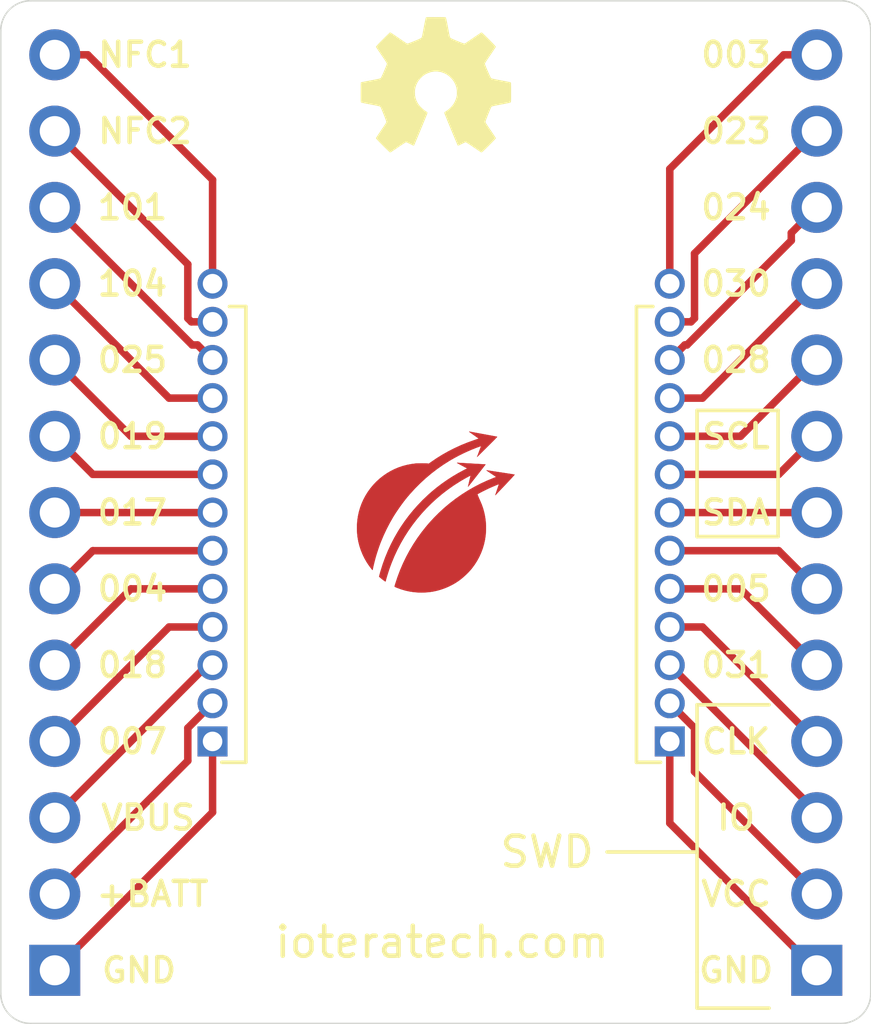
<source format=kicad_pcb>
(kicad_pcb (version 20171130) (host pcbnew "(5.1.4)-1")

  (general
    (thickness 1.6)
    (drawings 46)
    (tracks 65)
    (zones 0)
    (modules 6)
    (nets 27)
  )

  (page A4)
  (layers
    (0 F.Cu signal)
    (31 B.Cu signal)
    (32 B.Adhes user)
    (33 F.Adhes user)
    (34 B.Paste user)
    (35 F.Paste user)
    (36 B.SilkS user)
    (37 F.SilkS user)
    (38 B.Mask user)
    (39 F.Mask user)
    (40 Dwgs.User user)
    (41 Cmts.User user)
    (42 Eco1.User user)
    (43 Eco2.User user)
    (44 Edge.Cuts user)
    (45 Margin user)
    (46 B.CrtYd user)
    (47 F.CrtYd user)
    (48 B.Fab user)
    (49 F.Fab user)
  )

  (setup
    (last_trace_width 0.25)
    (trace_clearance 0.2)
    (zone_clearance 0.508)
    (zone_45_only no)
    (trace_min 0.2)
    (via_size 0.8)
    (via_drill 0.4)
    (via_min_size 0.4)
    (via_min_drill 0.3)
    (uvia_size 0.3)
    (uvia_drill 0.1)
    (uvias_allowed no)
    (uvia_min_size 0.2)
    (uvia_min_drill 0.1)
    (edge_width 0.05)
    (segment_width 0.2)
    (pcb_text_width 0.3)
    (pcb_text_size 1.5 1.5)
    (mod_edge_width 0.12)
    (mod_text_size 1 1)
    (mod_text_width 0.15)
    (pad_size 1.524 1.524)
    (pad_drill 0.762)
    (pad_to_mask_clearance 0.051)
    (solder_mask_min_width 0.25)
    (aux_axis_origin 0 0)
    (visible_elements 7FF9FFFF)
    (pcbplotparams
      (layerselection 0x010fc_ffffffff)
      (usegerberextensions false)
      (usegerberattributes false)
      (usegerberadvancedattributes false)
      (creategerberjobfile false)
      (excludeedgelayer true)
      (linewidth 0.100000)
      (plotframeref false)
      (viasonmask false)
      (mode 1)
      (useauxorigin false)
      (hpglpennumber 1)
      (hpglpenspeed 20)
      (hpglpendiameter 15.000000)
      (psnegative false)
      (psa4output false)
      (plotreference true)
      (plotvalue true)
      (plotinvisibletext false)
      (padsonsilk false)
      (subtractmaskfromsilk false)
      (outputformat 1)
      (mirror false)
      (drillshape 0)
      (scaleselection 1)
      (outputdirectory "output/"))
  )

  (net 0 "")
  (net 1 "Net-(J1-Pad13)")
  (net 2 "Net-(J1-Pad12)")
  (net 3 "Net-(J1-Pad11)")
  (net 4 "Net-(J1-Pad10)")
  (net 5 "Net-(J1-Pad9)")
  (net 6 "Net-(J1-Pad8)")
  (net 7 "Net-(J1-Pad7)")
  (net 8 "Net-(J1-Pad6)")
  (net 9 "Net-(J1-Pad5)")
  (net 10 "Net-(J1-Pad4)")
  (net 11 "Net-(J1-Pad3)")
  (net 12 "Net-(J1-Pad2)")
  (net 13 "Net-(J1-Pad1)")
  (net 14 "Net-(J3-Pad13)")
  (net 15 "Net-(J3-Pad12)")
  (net 16 "Net-(J3-Pad11)")
  (net 17 "Net-(J3-Pad10)")
  (net 18 "Net-(J3-Pad9)")
  (net 19 "Net-(J3-Pad8)")
  (net 20 "Net-(J3-Pad7)")
  (net 21 "Net-(J3-Pad6)")
  (net 22 "Net-(J3-Pad5)")
  (net 23 "Net-(J3-Pad4)")
  (net 24 "Net-(J3-Pad3)")
  (net 25 "Net-(J3-Pad2)")
  (net 26 "Net-(J3-Pad1)")

  (net_class Default "This is the default net class."
    (clearance 0.2)
    (trace_width 0.25)
    (via_dia 0.8)
    (via_drill 0.4)
    (uvia_dia 0.3)
    (uvia_drill 0.1)
    (add_net "Net-(J1-Pad1)")
    (add_net "Net-(J1-Pad10)")
    (add_net "Net-(J1-Pad11)")
    (add_net "Net-(J1-Pad12)")
    (add_net "Net-(J1-Pad13)")
    (add_net "Net-(J1-Pad2)")
    (add_net "Net-(J1-Pad3)")
    (add_net "Net-(J1-Pad4)")
    (add_net "Net-(J1-Pad5)")
    (add_net "Net-(J1-Pad6)")
    (add_net "Net-(J1-Pad7)")
    (add_net "Net-(J1-Pad8)")
    (add_net "Net-(J1-Pad9)")
    (add_net "Net-(J3-Pad1)")
    (add_net "Net-(J3-Pad10)")
    (add_net "Net-(J3-Pad11)")
    (add_net "Net-(J3-Pad12)")
    (add_net "Net-(J3-Pad13)")
    (add_net "Net-(J3-Pad2)")
    (add_net "Net-(J3-Pad3)")
    (add_net "Net-(J3-Pad4)")
    (add_net "Net-(J3-Pad5)")
    (add_net "Net-(J3-Pad6)")
    (add_net "Net-(J3-Pad7)")
    (add_net "Net-(J3-Pad8)")
    (add_net "Net-(J3-Pad9)")
  )

  (module prints:iotera (layer F.Cu) (tedit 5DDD2B72) (tstamp 5DDD48E9)
    (at 8.89 12.685)
    (fp_text reference G*** (at 10.2 0.4) (layer F.SilkS) hide
      (effects (font (size 1.524 1.524) (thickness 0.3)))
    )
    (fp_text value LOGO (at 10.1 -2.1) (layer F.SilkS) hide
      (effects (font (size 1.524 1.524) (thickness 0.3)))
    )
    (fp_poly (pts (xy 1.710054 -1.388884) (xy 1.729999 -1.386495) (xy 1.752329 -1.383278) (xy 1.767606 -1.380937)
      (xy 1.792573 -1.377132) (xy 1.826235 -1.372012) (xy 1.867597 -1.365729) (xy 1.915661 -1.358434)
      (xy 1.969432 -1.350279) (xy 2.027915 -1.341413) (xy 2.090113 -1.331989) (xy 2.155029 -1.322158)
      (xy 2.217204 -1.312746) (xy 2.282057 -1.302894) (xy 2.343848 -1.293436) (xy 2.401737 -1.284506)
      (xy 2.454885 -1.276235) (xy 2.502452 -1.268758) (xy 2.5436 -1.262206) (xy 2.577488 -1.256712)
      (xy 2.603277 -1.25241) (xy 2.620128 -1.249432) (xy 2.627202 -1.247911) (xy 2.627326 -1.247852)
      (xy 2.624712 -1.243355) (xy 2.614943 -1.231439) (xy 2.59836 -1.212476) (xy 2.575303 -1.186835)
      (xy 2.546112 -1.154886) (xy 2.511128 -1.117) (xy 2.470691 -1.073546) (xy 2.425141 -1.024894)
      (xy 2.374819 -0.971414) (xy 2.320065 -0.913476) (xy 2.310192 -0.903055) (xy 2.261869 -0.852096)
      (xy 2.215695 -0.80348) (xy 2.172207 -0.757768) (xy 2.131942 -0.715519) (xy 2.095436 -0.677294)
      (xy 2.063225 -0.643654) (xy 2.035847 -0.615158) (xy 2.013837 -0.592368) (xy 1.997732 -0.575844)
      (xy 1.988069 -0.566146) (xy 1.985324 -0.563683) (xy 1.98661 -0.569004) (xy 1.991021 -0.583392)
      (xy 1.998175 -0.605687) (xy 2.007694 -0.634731) (xy 2.019199 -0.669365) (xy 2.032308 -0.708431)
      (xy 2.045777 -0.748222) (xy 2.060055 -0.790388) (xy 2.073096 -0.829198) (xy 2.084519 -0.863496)
      (xy 2.093942 -0.892126) (xy 2.100986 -0.913932) (xy 2.10527 -0.927758) (xy 2.106439 -0.932445)
      (xy 2.101002 -0.931064) (xy 2.087051 -0.925993) (xy 2.066003 -0.917815) (xy 2.039271 -0.907111)
      (xy 2.008273 -0.894464) (xy 1.974423 -0.880456) (xy 1.939136 -0.865668) (xy 1.903828 -0.850683)
      (xy 1.869915 -0.836082) (xy 1.838811 -0.822448) (xy 1.837446 -0.821843) (xy 1.793938 -0.802209)
      (xy 1.748207 -0.78099) (xy 1.70127 -0.758705) (xy 1.654141 -0.735875) (xy 1.607838 -0.713021)
      (xy 1.563376 -0.690661) (xy 1.521771 -0.669318) (xy 1.484039 -0.649511) (xy 1.451196 -0.631759)
      (xy 1.424259 -0.616585) (xy 1.404242 -0.604507) (xy 1.392163 -0.596046) (xy 1.388893 -0.592146)
      (xy 1.390949 -0.584405) (xy 1.396632 -0.568534) (xy 1.405216 -0.546298) (xy 1.415975 -0.519462)
      (xy 1.428183 -0.489789) (xy 1.441114 -0.459043) (xy 1.454041 -0.428989) (xy 1.466238 -0.40139)
      (xy 1.476978 -0.378011) (xy 1.477496 -0.376917) (xy 1.533253 -0.246963) (xy 1.579939 -0.11188)
      (xy 1.617439 0.027405) (xy 1.645636 0.169968) (xy 1.664416 0.314883) (xy 1.673661 0.461227)
      (xy 1.673257 0.608075) (xy 1.663088 0.7545) (xy 1.643038 0.89958) (xy 1.639621 0.918724)
      (xy 1.60701 1.066836) (xy 1.564136 1.211763) (xy 1.511172 1.353121) (xy 1.448295 1.49053)
      (xy 1.375678 1.623606) (xy 1.293497 1.751968) (xy 1.201927 1.875234) (xy 1.201893 1.875277)
      (xy 1.146106 1.941261) (xy 1.082567 2.009532) (xy 1.013432 2.078061) (xy 0.940859 2.144817)
      (xy 0.867004 2.207769) (xy 0.794023 2.264887) (xy 0.767404 2.284328) (xy 0.656628 2.35775)
      (xy 0.539183 2.42468) (xy 0.416387 2.48466) (xy 0.289556 2.537233) (xy 0.160009 2.581942)
      (xy 0.029061 2.618329) (xy -0.101969 2.645937) (xy -0.231764 2.664309) (xy -0.351277 2.672742)
      (xy -0.381606 2.673824) (xy -0.410188 2.674926) (xy -0.434253 2.675934) (xy -0.451034 2.676736)
      (xy -0.453958 2.676903) (xy -0.467342 2.677177) (xy -0.489205 2.67701) (xy -0.517227 2.676445)
      (xy -0.54909 2.675527) (xy -0.575554 2.674578) (xy -0.724642 2.663424) (xy -0.872113 2.641668)
      (xy -1.018158 2.609267) (xy -1.162971 2.566179) (xy -1.306742 2.51236) (xy -1.314586 2.509103)
      (xy -1.342421 2.496785) (xy -1.361602 2.486735) (xy -1.371459 2.479327) (xy -1.372681 2.476778)
      (xy -1.371167 2.46899) (xy -1.366994 2.452894) (xy -1.360719 2.430501) (xy -1.352897 2.403823)
      (xy -1.34858 2.389508) (xy -1.272792 2.158995) (xy -1.186991 1.93241) (xy -1.091347 1.71006)
      (xy -0.986032 1.492251) (xy -0.871217 1.279291) (xy -0.747071 1.071487) (xy -0.613767 0.869146)
      (xy -0.471474 0.672574) (xy -0.320364 0.482079) (xy -0.22498 0.370192) (xy -0.061701 0.19187)
      (xy 0.109105 0.021102) (xy 0.28708 -0.141862) (xy 0.471864 -0.296771) (xy 0.663097 -0.443373)
      (xy 0.860421 -0.581417) (xy 1.063475 -0.710652) (xy 1.2719 -0.830827) (xy 1.485337 -0.941689)
      (xy 1.703426 -1.042989) (xy 1.925808 -1.134473) (xy 1.929178 -1.135771) (xy 1.957125 -1.146585)
      (xy 1.981328 -1.156071) (xy 2.000078 -1.16355) (xy 2.011664 -1.168342) (xy 2.01461 -1.169745)
      (xy 2.010686 -1.173027) (xy 1.998722 -1.181567) (xy 1.979711 -1.194691) (xy 1.954647 -1.211722)
      (xy 1.924525 -1.231986) (xy 1.890337 -1.254807) (xy 1.854042 -1.278872) (xy 1.816749 -1.303605)
      (xy 1.78247 -1.326505) (xy 1.752214 -1.346883) (xy 1.726989 -1.364053) (xy 1.707807 -1.377328)
      (xy 1.695676 -1.386021) (xy 1.6916 -1.389422) (xy 1.696551 -1.389931) (xy 1.710054 -1.388884)) (layer F.Mask) (width 0.01))
    (fp_poly (pts (xy 0.73589 -1.641687) (xy 0.751191 -1.640696) (xy 0.763833 -1.639856) (xy 0.786336 -1.63846)
      (xy 0.817772 -1.636563) (xy 0.857212 -1.634218) (xy 0.903726 -1.631481) (xy 0.956384 -1.628406)
      (xy 1.014258 -1.625047) (xy 1.076418 -1.621459) (xy 1.141935 -1.617696) (xy 1.209879 -1.613812)
      (xy 1.226537 -1.612863) (xy 1.293609 -1.609023) (xy 1.35751 -1.605327) (xy 1.417426 -1.601823)
      (xy 1.472542 -1.598561) (xy 1.522045 -1.59559) (xy 1.56512 -1.59296) (xy 1.600953 -1.59072)
      (xy 1.628731 -1.58892) (xy 1.647638 -1.587609) (xy 1.656862 -1.586836) (xy 1.657656 -1.586698)
      (xy 1.654655 -1.582292) (xy 1.64545 -1.570001) (xy 1.630518 -1.550438) (xy 1.610332 -1.524216)
      (xy 1.585369 -1.491948) (xy 1.556104 -1.454247) (xy 1.523014 -1.411726) (xy 1.486573 -1.364998)
      (xy 1.447257 -1.314674) (xy 1.405542 -1.261369) (xy 1.368776 -1.214457) (xy 1.325374 -1.159153)
      (xy 1.283901 -1.106381) (xy 1.244838 -1.056747) (xy 1.208664 -1.010859) (xy 1.175861 -0.969324)
      (xy 1.146909 -0.93275) (xy 1.122289 -0.901744) (xy 1.102482 -0.876914) (xy 1.087968 -0.858866)
      (xy 1.079229 -0.848209) (xy 1.0767 -0.845413) (xy 1.077552 -0.850827) (xy 1.080643 -0.865548)
      (xy 1.0857 -0.888371) (xy 1.092449 -0.918091) (xy 1.100617 -0.953503) (xy 1.109931 -0.993402)
      (xy 1.118563 -1.030023) (xy 1.128697 -1.072955) (xy 1.13799 -1.112564) (xy 1.146158 -1.147619)
      (xy 1.152916 -1.176888) (xy 1.157979 -1.199139) (xy 1.161062 -1.213139) (xy 1.161914 -1.217622)
      (xy 1.15743 -1.216993) (xy 1.144695 -1.211498) (xy 1.12479 -1.201729) (xy 1.098795 -1.188278)
      (xy 1.067788 -1.171738) (xy 1.03285 -1.152701) (xy 0.995059 -1.131757) (xy 0.955495 -1.1095)
      (xy 0.915239 -1.086522) (xy 0.875369 -1.063414) (xy 0.836964 -1.040769) (xy 0.810638 -1.024969)
      (xy 0.605472 -0.894524) (xy 0.406868 -0.755634) (xy 0.215054 -0.608576) (xy 0.030255 -0.453625)
      (xy -0.1473 -0.29106) (xy -0.317387 -0.121156) (xy -0.479777 0.055811) (xy -0.634245 0.239563)
      (xy -0.780563 0.429825) (xy -0.918505 0.626319) (xy -1.047844 0.82877) (xy -1.168354 1.0369)
      (xy -1.279807 1.250433) (xy -1.381977 1.469092) (xy -1.474638 1.692602) (xy -1.522857 1.821356)
      (xy -1.536492 1.860002) (xy -1.551142 1.902926) (xy -1.566422 1.948883) (xy -1.58195 1.996627)
      (xy -1.597343 2.044914) (xy -1.612219 2.092498) (xy -1.626195 2.138134) (xy -1.638888 2.180577)
      (xy -1.649916 2.218581) (xy -1.658895 2.250903) (xy -1.665443 2.276296) (xy -1.669178 2.293515)
      (xy -1.669915 2.29981) (xy -1.671641 2.307088) (xy -1.67755 2.308681) (xy -1.688746 2.304223)
      (xy -1.706329 2.293348) (xy -1.721935 2.2825) (xy -1.749666 2.262268) (xy -1.778001 2.240771)
      (xy -1.805607 2.219109) (xy -1.831152 2.198383) (xy -1.853304 2.179693) (xy -1.870732 2.16414)
      (xy -1.882102 2.152824) (xy -1.886086 2.146899) (xy -1.884551 2.136253) (xy -1.880138 2.11637)
      (xy -1.873131 2.088348) (xy -1.863813 2.053287) (xy -1.852469 2.012285) (xy -1.839587 1.967149)
      (xy -1.767526 1.737384) (xy -1.68517 1.510453) (xy -1.592804 1.286979) (xy -1.490714 1.067586)
      (xy -1.379186 0.8529) (xy -1.258505 0.643543) (xy -1.168696 0.500437) (xy -1.039254 0.310527)
      (xy -0.900211 0.124386) (xy -0.7524 -0.057037) (xy -0.596654 -0.23279) (xy -0.433807 -0.401923)
      (xy -0.264692 -0.563486) (xy -0.135107 -0.678378) (xy 0.027516 -0.812165) (xy 0.1983 -0.941663)
      (xy 0.375411 -1.065652) (xy 0.557013 -1.182909) (xy 0.741271 -1.292213) (xy 0.926349 -1.392342)
      (xy 0.973241 -1.416153) (xy 1.049955 -1.454583) (xy 0.883351 -1.543263) (xy 0.84422 -1.564175)
      (xy 0.808032 -1.583675) (xy 0.775919 -1.60114) (xy 0.749016 -1.615946) (xy 0.728456 -1.627471)
      (xy 0.715374 -1.63509) (xy 0.711001 -1.638009) (xy 0.711061 -1.640868) (xy 0.718996 -1.64207)
      (xy 0.73589 -1.641687)) (layer F.Mask) (width 0.01))
    (fp_poly (pts (xy 1.124085 -2.679107) (xy 1.131363 -2.677668) (xy 1.148469 -2.674443) (xy 1.174596 -2.669579)
      (xy 1.208937 -2.663225) (xy 1.250687 -2.655529) (xy 1.299039 -2.64664) (xy 1.353185 -2.636706)
      (xy 1.412321 -2.625875) (xy 1.475639 -2.614295) (xy 1.542333 -2.602115) (xy 1.586149 -2.594122)
      (xy 1.654457 -2.581644) (xy 1.719818 -2.569658) (xy 1.781433 -2.558314) (xy 1.838507 -2.54776)
      (xy 1.890242 -2.538146) (xy 1.935842 -2.52962) (xy 1.97451 -2.522331) (xy 2.005448 -2.516427)
      (xy 2.02786 -2.512059) (xy 2.040949 -2.509373) (xy 2.044075 -2.508603) (xy 2.044279 -2.506458)
      (xy 2.041045 -2.50119) (xy 2.033993 -2.49241) (xy 2.022744 -2.479726) (xy 2.006918 -2.462748)
      (xy 1.986136 -2.441084) (xy 1.960016 -2.414344) (xy 1.928181 -2.382137) (xy 1.890249 -2.344072)
      (xy 1.845841 -2.299758) (xy 1.794578 -2.248804) (xy 1.736079 -2.19082) (xy 1.715687 -2.170634)
      (xy 1.377925 -1.836396) (xy 1.392528 -1.876102) (xy 1.39837 -1.89192) (xy 1.407313 -1.916045)
      (xy 1.418681 -1.946659) (xy 1.431797 -1.981943) (xy 1.445987 -2.020077) (xy 1.459484 -2.056319)
      (xy 1.473069 -2.092928) (xy 1.485265 -2.126078) (xy 1.495602 -2.154466) (xy 1.503609 -2.17679)
      (xy 1.508815 -2.19175) (xy 1.51075 -2.198042) (xy 1.510741 -2.198152) (xy 1.505139 -2.197207)
      (xy 1.49067 -2.19282) (xy 1.468561 -2.18542) (xy 1.440037 -2.175437) (xy 1.406324 -2.163298)
      (xy 1.368647 -2.149434) (xy 1.329446 -2.134731) (xy 1.192661 -2.080322) (xy 1.051387 -2.019136)
      (xy 0.908305 -1.952481) (xy 0.766097 -1.881666) (xy 0.627446 -1.808) (xy 0.495033 -1.732791)
      (xy 0.445973 -1.703513) (xy 0.241106 -1.573152) (xy 0.042146 -1.43378) (xy -0.150721 -1.285559)
      (xy -0.33731 -1.12865) (xy -0.517433 -0.963213) (xy -0.690906 -0.789409) (xy -0.857542 -0.607399)
      (xy -0.954024 -0.494489) (xy -1.014243 -0.420162) (xy -1.077589 -0.338285) (xy -1.14251 -0.251048)
      (xy -1.207451 -0.160644) (xy -1.270859 -0.069263) (xy -1.331181 0.020903) (xy -1.386862 0.107661)
      (xy -1.425278 0.170234) (xy -1.53804 0.367416) (xy -1.643903 0.571411) (xy -1.741729 0.779889)
      (xy -1.830384 0.990522) (xy -1.850895 1.043021) (xy -1.874053 1.105123) (xy -1.898786 1.174825)
      (xy -1.924135 1.249224) (xy -1.949145 1.325412) (xy -1.972857 1.400483) (xy -1.994314 1.471531)
      (xy -2.009482 1.524487) (xy -2.01955 1.561588) (xy -2.030512 1.603482) (xy -2.041953 1.648439)
      (xy -2.053455 1.694729) (xy -2.064603 1.740624) (xy -2.074982 1.784395) (xy -2.084174 1.824313)
      (xy -2.091764 1.858648) (xy -2.097336 1.885672) (xy -2.100093 1.901067) (xy -2.103017 1.915671)
      (xy -2.106111 1.924954) (xy -2.10712 1.926283) (xy -2.112258 1.92379) (xy -2.121468 1.915056)
      (xy -2.12718 1.9086) (xy -2.217302 1.792852) (xy -2.299538 1.670221) (xy -2.373474 1.541632)
      (xy -2.438697 1.408009) (xy -2.494794 1.270278) (xy -2.541351 1.129363) (xy -2.577955 0.986191)
      (xy -2.604194 0.841685) (xy -2.604385 0.840362) (xy -2.619392 0.70335) (xy -2.625803 0.562863)
      (xy -2.623657 0.421455) (xy -2.612993 0.281684) (xy -2.593849 0.146105) (xy -2.593816 0.145915)
      (xy -2.562535 -0.000758) (xy -2.521165 -0.144105) (xy -2.47004 -0.283662) (xy -2.409493 -0.418967)
      (xy -2.339858 -0.549558) (xy -2.261468 -0.674972) (xy -2.174658 -0.794746) (xy -2.079759 -0.908418)
      (xy -1.977107 -1.015525) (xy -1.867034 -1.115604) (xy -1.749873 -1.208192) (xy -1.625959 -1.292828)
      (xy -1.505622 -1.363631) (xy -1.373444 -1.429979) (xy -1.237984 -1.486546) (xy -1.098667 -1.533504)
      (xy -0.954914 -1.57103) (xy -0.80615 -1.599299) (xy -0.67283 -1.616435) (xy -0.644139 -1.618623)
      (xy -0.607341 -1.620327) (xy -0.564582 -1.621544) (xy -0.518007 -1.622272) (xy -0.469762 -1.622511)
      (xy -0.42199 -1.622258) (xy -0.376838 -1.621512) (xy -0.336451 -1.62027) (xy -0.302973 -1.618532)
      (xy -0.282353 -1.616753) (xy -0.232344 -1.61112) (xy -0.163459 -1.660522) (xy 0.025048 -1.789333)
      (xy 0.221135 -1.910935) (xy 0.42397 -2.024906) (xy 0.632723 -2.130825) (xy 0.846563 -2.228272)
      (xy 1.064658 -2.316825) (xy 1.286178 -2.396064) (xy 1.292968 -2.398326) (xy 1.329558 -2.410603)
      (xy 1.362533 -2.421883) (xy 1.390573 -2.431697) (xy 1.41236 -2.439578) (xy 1.426576 -2.445056)
      (xy 1.431903 -2.447663) (xy 1.431913 -2.447709) (xy 1.427595 -2.451428) (xy 1.415417 -2.4606)
      (xy 1.396387 -2.474497) (xy 1.371515 -2.492394) (xy 1.341809 -2.513563) (xy 1.308277 -2.537279)
      (xy 1.277495 -2.558915) (xy 1.241173 -2.584463) (xy 1.207535 -2.608294) (xy 1.177643 -2.629643)
      (xy 1.15256 -2.647743) (xy 1.13335 -2.661827) (xy 1.121076 -2.67113) (xy 1.116933 -2.674652)
      (xy 1.113965 -2.679811) (xy 1.119123 -2.68017) (xy 1.124085 -2.679107)) (layer F.Mask) (width 0.01))
    (fp_poly (pts (xy 0.73589 -1.641687) (xy 0.751191 -1.640696) (xy 0.763833 -1.639856) (xy 0.786336 -1.63846)
      (xy 0.817772 -1.636563) (xy 0.857212 -1.634218) (xy 0.903726 -1.631481) (xy 0.956384 -1.628406)
      (xy 1.014258 -1.625047) (xy 1.076418 -1.621459) (xy 1.141935 -1.617696) (xy 1.209879 -1.613812)
      (xy 1.226537 -1.612863) (xy 1.293609 -1.609023) (xy 1.35751 -1.605327) (xy 1.417426 -1.601823)
      (xy 1.472542 -1.598561) (xy 1.522045 -1.59559) (xy 1.56512 -1.59296) (xy 1.600953 -1.59072)
      (xy 1.628731 -1.58892) (xy 1.647638 -1.587609) (xy 1.656862 -1.586836) (xy 1.657656 -1.586698)
      (xy 1.654655 -1.582292) (xy 1.64545 -1.570001) (xy 1.630518 -1.550438) (xy 1.610332 -1.524216)
      (xy 1.585369 -1.491948) (xy 1.556104 -1.454247) (xy 1.523014 -1.411726) (xy 1.486573 -1.364998)
      (xy 1.447257 -1.314674) (xy 1.405542 -1.261369) (xy 1.368776 -1.214457) (xy 1.325374 -1.159153)
      (xy 1.283901 -1.106381) (xy 1.244838 -1.056747) (xy 1.208664 -1.010859) (xy 1.175861 -0.969324)
      (xy 1.146909 -0.93275) (xy 1.122289 -0.901744) (xy 1.102482 -0.876914) (xy 1.087968 -0.858866)
      (xy 1.079229 -0.848209) (xy 1.0767 -0.845413) (xy 1.077552 -0.850827) (xy 1.080643 -0.865548)
      (xy 1.0857 -0.888371) (xy 1.092449 -0.918091) (xy 1.100617 -0.953503) (xy 1.109931 -0.993402)
      (xy 1.118563 -1.030023) (xy 1.128697 -1.072955) (xy 1.13799 -1.112564) (xy 1.146158 -1.147619)
      (xy 1.152916 -1.176888) (xy 1.157979 -1.199139) (xy 1.161062 -1.213139) (xy 1.161914 -1.217622)
      (xy 1.15743 -1.216993) (xy 1.144695 -1.211498) (xy 1.12479 -1.201729) (xy 1.098795 -1.188278)
      (xy 1.067788 -1.171738) (xy 1.03285 -1.152701) (xy 0.995059 -1.131757) (xy 0.955495 -1.1095)
      (xy 0.915239 -1.086522) (xy 0.875369 -1.063414) (xy 0.836964 -1.040769) (xy 0.810638 -1.024969)
      (xy 0.605472 -0.894524) (xy 0.406868 -0.755634) (xy 0.215054 -0.608576) (xy 0.030255 -0.453625)
      (xy -0.1473 -0.29106) (xy -0.317387 -0.121156) (xy -0.479777 0.055811) (xy -0.634245 0.239563)
      (xy -0.780563 0.429825) (xy -0.918505 0.626319) (xy -1.047844 0.82877) (xy -1.168354 1.0369)
      (xy -1.279807 1.250433) (xy -1.381977 1.469092) (xy -1.474638 1.692602) (xy -1.522857 1.821356)
      (xy -1.536492 1.860002) (xy -1.551142 1.902926) (xy -1.566422 1.948883) (xy -1.58195 1.996627)
      (xy -1.597343 2.044914) (xy -1.612219 2.092498) (xy -1.626195 2.138134) (xy -1.638888 2.180577)
      (xy -1.649916 2.218581) (xy -1.658895 2.250903) (xy -1.665443 2.276296) (xy -1.669178 2.293515)
      (xy -1.669915 2.29981) (xy -1.671641 2.307088) (xy -1.67755 2.308681) (xy -1.688746 2.304223)
      (xy -1.706329 2.293348) (xy -1.721935 2.2825) (xy -1.749666 2.262268) (xy -1.778001 2.240771)
      (xy -1.805607 2.219109) (xy -1.831152 2.198383) (xy -1.853304 2.179693) (xy -1.870732 2.16414)
      (xy -1.882102 2.152824) (xy -1.886086 2.146899) (xy -1.884551 2.136253) (xy -1.880138 2.11637)
      (xy -1.873131 2.088348) (xy -1.863813 2.053287) (xy -1.852469 2.012285) (xy -1.839587 1.967149)
      (xy -1.767526 1.737384) (xy -1.68517 1.510453) (xy -1.592804 1.286979) (xy -1.490714 1.067586)
      (xy -1.379186 0.8529) (xy -1.258505 0.643543) (xy -1.168696 0.500437) (xy -1.039254 0.310527)
      (xy -0.900211 0.124386) (xy -0.7524 -0.057037) (xy -0.596654 -0.23279) (xy -0.433807 -0.401923)
      (xy -0.264692 -0.563486) (xy -0.135107 -0.678378) (xy 0.027516 -0.812165) (xy 0.1983 -0.941663)
      (xy 0.375411 -1.065652) (xy 0.557013 -1.182909) (xy 0.741271 -1.292213) (xy 0.926349 -1.392342)
      (xy 0.973241 -1.416153) (xy 1.049955 -1.454583) (xy 0.883351 -1.543263) (xy 0.84422 -1.564175)
      (xy 0.808032 -1.583675) (xy 0.775919 -1.60114) (xy 0.749016 -1.615946) (xy 0.728456 -1.627471)
      (xy 0.715374 -1.63509) (xy 0.711001 -1.638009) (xy 0.711061 -1.640868) (xy 0.718996 -1.64207)
      (xy 0.73589 -1.641687)) (layer F.Cu) (width 0.01))
    (fp_poly (pts (xy 1.124085 -2.679107) (xy 1.131363 -2.677668) (xy 1.148469 -2.674443) (xy 1.174596 -2.669579)
      (xy 1.208937 -2.663225) (xy 1.250687 -2.655529) (xy 1.299039 -2.64664) (xy 1.353185 -2.636706)
      (xy 1.412321 -2.625875) (xy 1.475639 -2.614295) (xy 1.542333 -2.602115) (xy 1.586149 -2.594122)
      (xy 1.654457 -2.581644) (xy 1.719818 -2.569658) (xy 1.781433 -2.558314) (xy 1.838507 -2.54776)
      (xy 1.890242 -2.538146) (xy 1.935842 -2.52962) (xy 1.97451 -2.522331) (xy 2.005448 -2.516427)
      (xy 2.02786 -2.512059) (xy 2.040949 -2.509373) (xy 2.044075 -2.508603) (xy 2.044279 -2.506458)
      (xy 2.041045 -2.50119) (xy 2.033993 -2.49241) (xy 2.022744 -2.479726) (xy 2.006918 -2.462748)
      (xy 1.986136 -2.441084) (xy 1.960016 -2.414344) (xy 1.928181 -2.382137) (xy 1.890249 -2.344072)
      (xy 1.845841 -2.299758) (xy 1.794578 -2.248804) (xy 1.736079 -2.19082) (xy 1.715687 -2.170634)
      (xy 1.377925 -1.836396) (xy 1.392528 -1.876102) (xy 1.39837 -1.89192) (xy 1.407313 -1.916045)
      (xy 1.418681 -1.946659) (xy 1.431797 -1.981943) (xy 1.445987 -2.020077) (xy 1.459484 -2.056319)
      (xy 1.473069 -2.092928) (xy 1.485265 -2.126078) (xy 1.495602 -2.154466) (xy 1.503609 -2.17679)
      (xy 1.508815 -2.19175) (xy 1.51075 -2.198042) (xy 1.510741 -2.198152) (xy 1.505139 -2.197207)
      (xy 1.49067 -2.19282) (xy 1.468561 -2.18542) (xy 1.440037 -2.175437) (xy 1.406324 -2.163298)
      (xy 1.368647 -2.149434) (xy 1.329446 -2.134731) (xy 1.192661 -2.080322) (xy 1.051387 -2.019136)
      (xy 0.908305 -1.952481) (xy 0.766097 -1.881666) (xy 0.627446 -1.808) (xy 0.495033 -1.732791)
      (xy 0.445973 -1.703513) (xy 0.241106 -1.573152) (xy 0.042146 -1.43378) (xy -0.150721 -1.285559)
      (xy -0.33731 -1.12865) (xy -0.517433 -0.963213) (xy -0.690906 -0.789409) (xy -0.857542 -0.607399)
      (xy -0.954024 -0.494489) (xy -1.014243 -0.420162) (xy -1.077589 -0.338285) (xy -1.14251 -0.251048)
      (xy -1.207451 -0.160644) (xy -1.270859 -0.069263) (xy -1.331181 0.020903) (xy -1.386862 0.107661)
      (xy -1.425278 0.170234) (xy -1.53804 0.367416) (xy -1.643903 0.571411) (xy -1.741729 0.779889)
      (xy -1.830384 0.990522) (xy -1.850895 1.043021) (xy -1.874053 1.105123) (xy -1.898786 1.174825)
      (xy -1.924135 1.249224) (xy -1.949145 1.325412) (xy -1.972857 1.400483) (xy -1.994314 1.471531)
      (xy -2.009482 1.524487) (xy -2.01955 1.561588) (xy -2.030512 1.603482) (xy -2.041953 1.648439)
      (xy -2.053455 1.694729) (xy -2.064603 1.740624) (xy -2.074982 1.784395) (xy -2.084174 1.824313)
      (xy -2.091764 1.858648) (xy -2.097336 1.885672) (xy -2.100093 1.901067) (xy -2.103017 1.915671)
      (xy -2.106111 1.924954) (xy -2.10712 1.926283) (xy -2.112258 1.92379) (xy -2.121468 1.915056)
      (xy -2.12718 1.9086) (xy -2.217302 1.792852) (xy -2.299538 1.670221) (xy -2.373474 1.541632)
      (xy -2.438697 1.408009) (xy -2.494794 1.270278) (xy -2.541351 1.129363) (xy -2.577955 0.986191)
      (xy -2.604194 0.841685) (xy -2.604385 0.840362) (xy -2.619392 0.70335) (xy -2.625803 0.562863)
      (xy -2.623657 0.421455) (xy -2.612993 0.281684) (xy -2.593849 0.146105) (xy -2.593816 0.145915)
      (xy -2.562535 -0.000758) (xy -2.521165 -0.144105) (xy -2.47004 -0.283662) (xy -2.409493 -0.418967)
      (xy -2.339858 -0.549558) (xy -2.261468 -0.674972) (xy -2.174658 -0.794746) (xy -2.079759 -0.908418)
      (xy -1.977107 -1.015525) (xy -1.867034 -1.115604) (xy -1.749873 -1.208192) (xy -1.625959 -1.292828)
      (xy -1.505622 -1.363631) (xy -1.373444 -1.429979) (xy -1.237984 -1.486546) (xy -1.098667 -1.533504)
      (xy -0.954914 -1.57103) (xy -0.80615 -1.599299) (xy -0.67283 -1.616435) (xy -0.644139 -1.618623)
      (xy -0.607341 -1.620327) (xy -0.564582 -1.621544) (xy -0.518007 -1.622272) (xy -0.469762 -1.622511)
      (xy -0.42199 -1.622258) (xy -0.376838 -1.621512) (xy -0.336451 -1.62027) (xy -0.302973 -1.618532)
      (xy -0.282353 -1.616753) (xy -0.232344 -1.61112) (xy -0.163459 -1.660522) (xy 0.025048 -1.789333)
      (xy 0.221135 -1.910935) (xy 0.42397 -2.024906) (xy 0.632723 -2.130825) (xy 0.846563 -2.228272)
      (xy 1.064658 -2.316825) (xy 1.286178 -2.396064) (xy 1.292968 -2.398326) (xy 1.329558 -2.410603)
      (xy 1.362533 -2.421883) (xy 1.390573 -2.431697) (xy 1.41236 -2.439578) (xy 1.426576 -2.445056)
      (xy 1.431903 -2.447663) (xy 1.431913 -2.447709) (xy 1.427595 -2.451428) (xy 1.415417 -2.4606)
      (xy 1.396387 -2.474497) (xy 1.371515 -2.492394) (xy 1.341809 -2.513563) (xy 1.308277 -2.537279)
      (xy 1.277495 -2.558915) (xy 1.241173 -2.584463) (xy 1.207535 -2.608294) (xy 1.177643 -2.629643)
      (xy 1.15256 -2.647743) (xy 1.13335 -2.661827) (xy 1.121076 -2.67113) (xy 1.116933 -2.674652)
      (xy 1.113965 -2.679811) (xy 1.119123 -2.68017) (xy 1.124085 -2.679107)) (layer F.Cu) (width 0.01))
    (fp_poly (pts (xy 1.710054 -1.388884) (xy 1.729999 -1.386495) (xy 1.752329 -1.383278) (xy 1.767606 -1.380937)
      (xy 1.792573 -1.377132) (xy 1.826235 -1.372012) (xy 1.867597 -1.365729) (xy 1.915661 -1.358434)
      (xy 1.969432 -1.350279) (xy 2.027915 -1.341413) (xy 2.090113 -1.331989) (xy 2.155029 -1.322158)
      (xy 2.217204 -1.312746) (xy 2.282057 -1.302894) (xy 2.343848 -1.293436) (xy 2.401737 -1.284506)
      (xy 2.454885 -1.276235) (xy 2.502452 -1.268758) (xy 2.5436 -1.262206) (xy 2.577488 -1.256712)
      (xy 2.603277 -1.25241) (xy 2.620128 -1.249432) (xy 2.627202 -1.247911) (xy 2.627326 -1.247852)
      (xy 2.624712 -1.243355) (xy 2.614943 -1.231439) (xy 2.59836 -1.212476) (xy 2.575303 -1.186835)
      (xy 2.546112 -1.154886) (xy 2.511128 -1.117) (xy 2.470691 -1.073546) (xy 2.425141 -1.024894)
      (xy 2.374819 -0.971414) (xy 2.320065 -0.913476) (xy 2.310192 -0.903055) (xy 2.261869 -0.852096)
      (xy 2.215695 -0.80348) (xy 2.172207 -0.757768) (xy 2.131942 -0.715519) (xy 2.095436 -0.677294)
      (xy 2.063225 -0.643654) (xy 2.035847 -0.615158) (xy 2.013837 -0.592368) (xy 1.997732 -0.575844)
      (xy 1.988069 -0.566146) (xy 1.985324 -0.563683) (xy 1.98661 -0.569004) (xy 1.991021 -0.583392)
      (xy 1.998175 -0.605687) (xy 2.007694 -0.634731) (xy 2.019199 -0.669365) (xy 2.032308 -0.708431)
      (xy 2.045777 -0.748222) (xy 2.060055 -0.790388) (xy 2.073096 -0.829198) (xy 2.084519 -0.863496)
      (xy 2.093942 -0.892126) (xy 2.100986 -0.913932) (xy 2.10527 -0.927758) (xy 2.106439 -0.932445)
      (xy 2.101002 -0.931064) (xy 2.087051 -0.925993) (xy 2.066003 -0.917815) (xy 2.039271 -0.907111)
      (xy 2.008273 -0.894464) (xy 1.974423 -0.880456) (xy 1.939136 -0.865668) (xy 1.903828 -0.850683)
      (xy 1.869915 -0.836082) (xy 1.838811 -0.822448) (xy 1.837446 -0.821843) (xy 1.793938 -0.802209)
      (xy 1.748207 -0.78099) (xy 1.70127 -0.758705) (xy 1.654141 -0.735875) (xy 1.607838 -0.713021)
      (xy 1.563376 -0.690661) (xy 1.521771 -0.669318) (xy 1.484039 -0.649511) (xy 1.451196 -0.631759)
      (xy 1.424259 -0.616585) (xy 1.404242 -0.604507) (xy 1.392163 -0.596046) (xy 1.388893 -0.592146)
      (xy 1.390949 -0.584405) (xy 1.396632 -0.568534) (xy 1.405216 -0.546298) (xy 1.415975 -0.519462)
      (xy 1.428183 -0.489789) (xy 1.441114 -0.459043) (xy 1.454041 -0.428989) (xy 1.466238 -0.40139)
      (xy 1.476978 -0.378011) (xy 1.477496 -0.376917) (xy 1.533253 -0.246963) (xy 1.579939 -0.11188)
      (xy 1.617439 0.027405) (xy 1.645636 0.169968) (xy 1.664416 0.314883) (xy 1.673661 0.461227)
      (xy 1.673257 0.608075) (xy 1.663088 0.7545) (xy 1.643038 0.89958) (xy 1.639621 0.918724)
      (xy 1.60701 1.066836) (xy 1.564136 1.211763) (xy 1.511172 1.353121) (xy 1.448295 1.49053)
      (xy 1.375678 1.623606) (xy 1.293497 1.751968) (xy 1.201927 1.875234) (xy 1.201893 1.875277)
      (xy 1.146106 1.941261) (xy 1.082567 2.009532) (xy 1.013432 2.078061) (xy 0.940859 2.144817)
      (xy 0.867004 2.207769) (xy 0.794023 2.264887) (xy 0.767404 2.284328) (xy 0.656628 2.35775)
      (xy 0.539183 2.42468) (xy 0.416387 2.48466) (xy 0.289556 2.537233) (xy 0.160009 2.581942)
      (xy 0.029061 2.618329) (xy -0.101969 2.645937) (xy -0.231764 2.664309) (xy -0.351277 2.672742)
      (xy -0.381606 2.673824) (xy -0.410188 2.674926) (xy -0.434253 2.675934) (xy -0.451034 2.676736)
      (xy -0.453958 2.676903) (xy -0.467342 2.677177) (xy -0.489205 2.67701) (xy -0.517227 2.676445)
      (xy -0.54909 2.675527) (xy -0.575554 2.674578) (xy -0.724642 2.663424) (xy -0.872113 2.641668)
      (xy -1.018158 2.609267) (xy -1.162971 2.566179) (xy -1.306742 2.51236) (xy -1.314586 2.509103)
      (xy -1.342421 2.496785) (xy -1.361602 2.486735) (xy -1.371459 2.479327) (xy -1.372681 2.476778)
      (xy -1.371167 2.46899) (xy -1.366994 2.452894) (xy -1.360719 2.430501) (xy -1.352897 2.403823)
      (xy -1.34858 2.389508) (xy -1.272792 2.158995) (xy -1.186991 1.93241) (xy -1.091347 1.71006)
      (xy -0.986032 1.492251) (xy -0.871217 1.279291) (xy -0.747071 1.071487) (xy -0.613767 0.869146)
      (xy -0.471474 0.672574) (xy -0.320364 0.482079) (xy -0.22498 0.370192) (xy -0.061701 0.19187)
      (xy 0.109105 0.021102) (xy 0.28708 -0.141862) (xy 0.471864 -0.296771) (xy 0.663097 -0.443373)
      (xy 0.860421 -0.581417) (xy 1.063475 -0.710652) (xy 1.2719 -0.830827) (xy 1.485337 -0.941689)
      (xy 1.703426 -1.042989) (xy 1.925808 -1.134473) (xy 1.929178 -1.135771) (xy 1.957125 -1.146585)
      (xy 1.981328 -1.156071) (xy 2.000078 -1.16355) (xy 2.011664 -1.168342) (xy 2.01461 -1.169745)
      (xy 2.010686 -1.173027) (xy 1.998722 -1.181567) (xy 1.979711 -1.194691) (xy 1.954647 -1.211722)
      (xy 1.924525 -1.231986) (xy 1.890337 -1.254807) (xy 1.854042 -1.278872) (xy 1.816749 -1.303605)
      (xy 1.78247 -1.326505) (xy 1.752214 -1.346883) (xy 1.726989 -1.364053) (xy 1.707807 -1.377328)
      (xy 1.695676 -1.386021) (xy 1.6916 -1.389422) (xy 1.696551 -1.389931) (xy 1.710054 -1.388884)) (layer F.Cu) (width 0.01))
  )

  (module prints:oshwa (layer F.Cu) (tedit 0) (tstamp 5DDD4590)
    (at 8.89 -1.54)
    (fp_text reference G*** (at 0 0) (layer F.SilkS) hide
      (effects (font (size 1.524 1.524) (thickness 0.3)))
    )
    (fp_text value LOGO (at 0.75 0) (layer F.SilkS) hide
      (effects (font (size 1.524 1.524) (thickness 0.3)))
    )
    (fp_poly (pts (xy 0.086013 -2.252082) (xy 0.152518 -2.251878) (xy 0.205407 -2.251446) (xy 0.246337 -2.250711)
      (xy 0.276968 -2.249598) (xy 0.298958 -2.248034) (xy 0.313964 -2.245942) (xy 0.323646 -2.243247)
      (xy 0.329662 -2.239876) (xy 0.332365 -2.237317) (xy 0.3378 -2.224405) (xy 0.345769 -2.195212)
      (xy 0.356174 -2.150187) (xy 0.368918 -2.089778) (xy 0.383903 -2.014431) (xy 0.401033 -1.924595)
      (xy 0.405402 -1.901201) (xy 0.420947 -1.818116) (xy 0.433909 -1.75011) (xy 0.444659 -1.695588)
      (xy 0.453567 -1.652957) (xy 0.461004 -1.620622) (xy 0.467342 -1.596988) (xy 0.472952 -1.58046)
      (xy 0.478204 -1.569445) (xy 0.48347 -1.562348) (xy 0.484475 -1.561337) (xy 0.497196 -1.553377)
      (xy 0.523442 -1.540204) (xy 0.56099 -1.522819) (xy 0.607614 -1.502223) (xy 0.661088 -1.479419)
      (xy 0.719187 -1.455408) (xy 0.725345 -1.452907) (xy 0.792897 -1.425703) (xy 0.846564 -1.404591)
      (xy 0.888027 -1.388998) (xy 0.918969 -1.378351) (xy 0.941071 -1.372078) (xy 0.956014 -1.369606)
      (xy 0.965481 -1.370363) (xy 0.966645 -1.370763) (xy 0.977898 -1.377186) (xy 1.001413 -1.392142)
      (xy 1.035529 -1.414521) (xy 1.078586 -1.443218) (xy 1.128924 -1.477123) (xy 1.184881 -1.515131)
      (xy 1.244799 -1.556134) (xy 1.25233 -1.561309) (xy 1.312088 -1.602225) (xy 1.367639 -1.63995)
      (xy 1.417405 -1.673435) (xy 1.459808 -1.701633) (xy 1.49327 -1.723495) (xy 1.516213 -1.737973)
      (xy 1.527059 -1.744019) (xy 1.527555 -1.744134) (xy 1.535406 -1.738335) (xy 1.553827 -1.721803)
      (xy 1.58147 -1.695834) (xy 1.616986 -1.661726) (xy 1.659029 -1.620774) (xy 1.706249 -1.574277)
      (xy 1.7573 -1.523529) (xy 1.768684 -1.51215) (xy 1.831615 -1.448915) (xy 1.883098 -1.396545)
      (xy 1.923912 -1.35419) (xy 1.954839 -1.321002) (xy 1.976658 -1.296133) (xy 1.99015 -1.278734)
      (xy 1.996095 -1.267955) (xy 1.99642 -1.2645) (xy 1.990818 -1.254167) (xy 1.976659 -1.231555)
      (xy 1.955032 -1.198306) (xy 1.927025 -1.15606) (xy 1.893727 -1.106457) (xy 1.856225 -1.051137)
      (xy 1.815608 -0.991741) (xy 1.811948 -0.986413) (xy 1.757613 -0.906784) (xy 1.713236 -0.840505)
      (xy 1.678669 -0.787341) (xy 1.653762 -0.747056) (xy 1.638365 -0.719416) (xy 1.632331 -0.704185)
      (xy 1.632227 -0.70278) (xy 1.635826 -0.688075) (xy 1.645469 -0.660505) (xy 1.660078 -0.622566)
      (xy 1.678573 -0.576755) (xy 1.699873 -0.525569) (xy 1.722901 -0.471504) (xy 1.746576 -0.417057)
      (xy 1.769818 -0.364725) (xy 1.79155 -0.317004) (xy 1.81069 -0.276391) (xy 1.82616 -0.245382)
      (xy 1.83688 -0.226474) (xy 1.839827 -0.222619) (xy 1.846787 -0.217331) (xy 1.857995 -0.211993)
      (xy 1.875039 -0.206236) (xy 1.899505 -0.199692) (xy 1.932979 -0.191991) (xy 1.977049 -0.182766)
      (xy 2.033301 -0.171646) (xy 2.10332 -0.158265) (xy 2.173291 -0.145127) (xy 2.2443 -0.131764)
      (xy 2.31018 -0.119175) (xy 2.369049 -0.107735) (xy 2.419025 -0.097816) (xy 2.458224 -0.089795)
      (xy 2.484765 -0.084044) (xy 2.496764 -0.080938) (xy 2.497141 -0.080758) (xy 2.499787 -0.071269)
      (xy 2.501964 -0.046199) (xy 2.503677 -0.005294) (xy 2.504934 0.051697) (xy 2.505743 0.125026)
      (xy 2.506109 0.214946) (xy 2.506134 0.249229) (xy 2.506042 0.334231) (xy 2.50573 0.403798)
      (xy 2.505147 0.459426) (xy 2.504237 0.502612) (xy 2.502949 0.534853) (xy 2.501229 0.557647)
      (xy 2.499023 0.572489) (xy 2.496279 0.580878) (xy 2.494249 0.583523) (xy 2.483444 0.58729)
      (xy 2.457915 0.593675) (xy 2.4196 0.602268) (xy 2.370436 0.61266) (xy 2.312359 0.624442)
      (xy 2.247307 0.637204) (xy 2.177217 0.650537) (xy 2.176486 0.650674) (xy 2.092917 0.666471)
      (xy 2.024596 0.679744) (xy 1.970081 0.690824) (xy 1.927929 0.700039) (xy 1.896698 0.707722)
      (xy 1.874945 0.714201) (xy 1.861227 0.719808) (xy 1.854543 0.724397) (xy 1.84691 0.73689)
      (xy 1.834361 0.762814) (xy 1.817874 0.799724) (xy 1.798424 0.845175) (xy 1.776987 0.896722)
      (xy 1.754539 0.951921) (xy 1.732056 1.008327) (xy 1.710514 1.063495) (xy 1.69089 1.11498)
      (xy 1.674158 1.160337) (xy 1.661295 1.197122) (xy 1.653277 1.22289) (xy 1.651 1.234271)
      (xy 1.65459 1.2464) (xy 1.665662 1.26815) (xy 1.68467 1.300245) (xy 1.712068 1.343408)
      (xy 1.74831 1.398362) (xy 1.793849 1.46583) (xy 1.824567 1.510785) (xy 1.864421 1.569267)
      (xy 1.901051 1.623721) (xy 1.933381 1.672491) (xy 1.960331 1.71392) (xy 1.980824 1.746352)
      (xy 1.993782 1.768131) (xy 1.998134 1.777501) (xy 1.992318 1.786332) (xy 1.975739 1.805665)
      (xy 1.949703 1.834122) (xy 1.915513 1.870325) (xy 1.874473 1.912896) (xy 1.827889 1.960457)
      (xy 1.777065 2.01163) (xy 1.766765 2.021918) (xy 1.705914 2.08243) (xy 1.655816 2.131768)
      (xy 1.615412 2.170894) (xy 1.583646 2.200769) (xy 1.559458 2.222355) (xy 1.541791 2.236613)
      (xy 1.529587 2.244504) (xy 1.521788 2.246989) (xy 1.519482 2.246619) (xy 1.50896 2.240518)
      (xy 1.486225 2.225932) (xy 1.452991 2.204005) (xy 1.410974 2.175884) (xy 1.361888 2.142716)
      (xy 1.307445 2.105646) (xy 1.259448 2.072756) (xy 1.20187 2.033522) (xy 1.148139 1.997545)
      (xy 1.099976 1.965929) (xy 1.0591 1.939776) (xy 1.027231 1.920191) (xy 1.006089 1.908275)
      (xy 0.997898 1.905) (xy 0.984615 1.908803) (xy 0.959478 1.919288) (xy 0.925523 1.935072)
      (xy 0.885786 1.95477) (xy 0.863306 1.966383) (xy 0.810698 1.993105) (xy 0.77214 2.010789)
      (xy 0.747704 2.019406) (xy 0.737761 2.0193) (xy 0.732918 2.009949) (xy 0.722332 1.986485)
      (xy 0.706652 1.950475) (xy 0.686529 1.903489) (xy 0.66261 1.847093) (xy 0.635545 1.782854)
      (xy 0.605985 1.712341) (xy 0.574577 1.637121) (xy 0.541972 1.558762) (xy 0.508819 1.478832)
      (xy 0.475767 1.398898) (xy 0.443466 1.320527) (xy 0.412565 1.245288) (xy 0.383713 1.174748)
      (xy 0.357559 1.110474) (xy 0.334754 1.054035) (xy 0.315947 1.006998) (xy 0.301786 0.970931)
      (xy 0.292921 0.947401) (xy 0.290036 0.938436) (xy 0.291079 0.918745) (xy 0.305244 0.905873)
      (xy 0.306066 0.905435) (xy 0.339244 0.885216) (xy 0.379939 0.856292) (xy 0.423853 0.82209)
      (xy 0.466689 0.786036) (xy 0.504149 0.751556) (xy 0.522092 0.733227) (xy 0.589998 0.647811)
      (xy 0.643577 0.553588) (xy 0.682981 0.450248) (xy 0.703474 0.365784) (xy 0.709011 0.316517)
      (xy 0.709901 0.257019) (xy 0.706496 0.193239) (xy 0.699147 0.131124) (xy 0.688206 0.076623)
      (xy 0.685877 0.068061) (xy 0.649124 -0.030858) (xy 0.598187 -0.122846) (xy 0.534658 -0.206411)
      (xy 0.460129 -0.280061) (xy 0.376194 -0.342305) (xy 0.284444 -0.391652) (xy 0.186472 -0.42661)
      (xy 0.147855 -0.435829) (xy 0.042091 -0.449329) (xy -0.062741 -0.446683) (xy -0.165026 -0.428664)
      (xy -0.26315 -0.396045) (xy -0.355496 -0.349599) (xy -0.440451 -0.290099) (xy -0.516397 -0.21832)
      (xy -0.581721 -0.135033) (xy -0.621775 -0.067406) (xy -0.659137 0.01508) (xy -0.683755 0.096345)
      (xy -0.697417 0.182983) (xy -0.700282 0.221851) (xy -0.697886 0.330141) (xy -0.679292 0.434349)
      (xy -0.644923 0.533632) (xy -0.595202 0.62715) (xy -0.530551 0.71406) (xy -0.451393 0.793522)
      (xy -0.38772 0.844159) (xy -0.35585 0.86684) (xy -0.327112 0.886616) (xy -0.305531 0.900751)
      (xy -0.297599 0.905435) (xy -0.282882 0.918189) (xy -0.281414 0.937502) (xy -0.281569 0.938436)
      (xy -0.285432 0.950102) (xy -0.295143 0.975636) (xy -0.31005 1.013468) (xy -0.329507 1.062033)
      (xy -0.352862 1.119762) (xy -0.379466 1.185087) (xy -0.408671 1.256441) (xy -0.439826 1.332256)
      (xy -0.472283 1.410965) (xy -0.505392 1.491) (xy -0.538504 1.570793) (xy -0.570969 1.648776)
      (xy -0.602138 1.723383) (xy -0.631362 1.793044) (xy -0.657991 1.856194) (xy -0.681375 1.911263)
      (xy -0.700867 1.956685) (xy -0.715815 1.990891) (xy -0.725571 2.012315) (xy -0.729294 2.0193)
      (xy -0.740678 2.019049) (xy -0.766252 2.009702) (xy -0.805943 1.99129) (xy -0.854839 1.966383)
      (xy -0.896417 1.945165) (xy -0.93383 1.927124) (xy -0.964041 1.913644) (xy -0.984016 1.906109)
      (xy -0.989431 1.905) (xy -1.000294 1.909663) (xy -1.02332 1.922918) (xy -1.056791 1.943661)
      (xy -1.098985 1.970789) (xy -1.148184 2.003199) (xy -1.202666 2.039788) (xy -1.250981 2.072756)
      (xy -1.308565 2.112192) (xy -1.362215 2.148678) (xy -1.410218 2.181067) (xy -1.450859 2.208213)
      (xy -1.482423 2.228969) (xy -1.503198 2.24219) (xy -1.511015 2.246619) (xy -1.517212 2.246205)
      (xy -1.52735 2.240809) (xy -1.542485 2.229468) (xy -1.563676 2.211221) (xy -1.591982 2.185107)
      (xy -1.628459 2.150166) (xy -1.674166 2.105435) (xy -1.73016 2.049953) (xy -1.758298 2.021918)
      (xy -1.809798 1.970201) (xy -1.857312 1.921827) (xy -1.899535 1.878174) (xy -1.935164 1.840621)
      (xy -1.962894 1.810544) (xy -1.98142 1.789323) (xy -1.989438 1.778334) (xy -1.989667 1.777501)
      (xy -1.985019 1.767598) (xy -1.971794 1.74544) (xy -1.95107 1.712684) (xy -1.923925 1.670986)
      (xy -1.891436 1.622002) (xy -1.854681 1.567388) (xy -1.8161 1.510785) (xy -1.764983 1.435759)
      (xy -1.723426 1.373664) (xy -1.690975 1.323779) (xy -1.667177 1.285379) (xy -1.651576 1.257742)
      (xy -1.64372 1.240145) (xy -1.642533 1.234271) (xy -1.645694 1.219726) (xy -1.654524 1.192095)
      (xy -1.668049 1.153826) (xy -1.685291 1.107362) (xy -1.705276 1.055148) (xy -1.727027 0.999629)
      (xy -1.749568 0.94325) (xy -1.771924 0.888456) (xy -1.793117 0.837691) (xy -1.812173 0.7934)
      (xy -1.828115 0.758028) (xy -1.839968 0.73402) (xy -1.846076 0.724397) (xy -1.853777 0.719294)
      (xy -1.86821 0.713617) (xy -1.890817 0.707036) (xy -1.923043 0.699219) (xy -1.966329 0.689838)
      (xy -2.022118 0.678561) (xy -2.091852 0.665058) (xy -2.168019 0.650674) (xy -2.238151 0.637337)
      (xy -2.303264 0.624567) (xy -2.361421 0.612774) (xy -2.410686 0.602365) (xy -2.44912 0.593752)
      (xy -2.474788 0.587343) (xy -2.485752 0.583547) (xy -2.485782 0.583523) (xy -2.488893 0.578433)
      (xy -2.491432 0.567832) (xy -2.493452 0.550224) (xy -2.495006 0.524111) (xy -2.496148 0.487996)
      (xy -2.496931 0.440384) (xy -2.497407 0.379776) (xy -2.497631 0.304676) (xy -2.497666 0.249229)
      (xy -2.497449 0.15363) (xy -2.496791 0.074707) (xy -2.495687 0.012207) (xy -2.494129 -0.034122)
      (xy -2.49211 -0.064531) (xy -2.489624 -0.079272) (xy -2.488674 -0.080758) (xy -2.478578 -0.083516)
      (xy -2.453711 -0.088964) (xy -2.415955 -0.096729) (xy -2.367193 -0.106436) (xy -2.309308 -0.117711)
      (xy -2.244182 -0.130179) (xy -2.173699 -0.143468) (xy -2.164824 -0.145127) (xy -2.082126 -0.160674)
      (xy -2.014517 -0.173652) (xy -1.960412 -0.184429) (xy -1.918224 -0.193375) (xy -1.886365 -0.200856)
      (xy -1.86325 -0.207243) (xy -1.847292 -0.212905) (xy -1.836904 -0.218209) (xy -1.83136 -0.222619)
      (xy -1.823086 -0.235376) (xy -1.809584 -0.261339) (xy -1.791934 -0.298011) (xy -1.771216 -0.342895)
      (xy -1.748509 -0.393495) (xy -1.724892 -0.447314) (xy -1.701445 -0.501856) (xy -1.679247 -0.554624)
      (xy -1.659378 -0.603121) (xy -1.642917 -0.64485) (xy -1.630944 -0.677316) (xy -1.624537 -0.698021)
      (xy -1.62376 -0.70278) (xy -1.628174 -0.715868) (xy -1.641924 -0.741324) (xy -1.66516 -0.779384)
      (xy -1.698029 -0.830281) (xy -1.740682 -0.894253) (xy -1.793267 -0.971534) (xy -1.803481 -0.986413)
      (xy -1.844318 -1.046088) (xy -1.882136 -1.101829) (xy -1.915844 -1.151997) (xy -1.944357 -1.194951)
      (xy -1.966584 -1.229051) (xy -1.981439 -1.252657) (xy -1.987833 -1.264128) (xy -1.987953 -1.2645)
      (xy -1.985887 -1.271947) (xy -1.976709 -1.28554) (xy -1.959641 -1.306129) (xy -1.933902 -1.334562)
      (xy -1.898711 -1.371688) (xy -1.853288 -1.418355) (xy -1.796853 -1.475412) (xy -1.760217 -1.51215)
      (xy -1.708517 -1.563644) (xy -1.660356 -1.611168) (xy -1.617083 -1.653426) (xy -1.580045 -1.68912)
      (xy -1.55059 -1.716954) (xy -1.530065 -1.735632) (xy -1.51982 -1.743856) (xy -1.519088 -1.744133)
      (xy -1.510255 -1.739487) (xy -1.489081 -1.726245) (xy -1.457144 -1.705457) (xy -1.416022 -1.678171)
      (xy -1.367292 -1.645436) (xy -1.312533 -1.608298) (xy -1.253323 -1.567807) (xy -1.243863 -1.561309)
      (xy -1.183575 -1.520016) (xy -1.127043 -1.481581) (xy -1.075928 -1.447114) (xy -1.031889 -1.417719)
      (xy -0.996589 -1.394506) (xy -0.971686 -1.378582) (xy -0.958841 -1.371054) (xy -0.958178 -1.370763)
      (xy -0.94946 -1.369523) (xy -0.935546 -1.371417) (xy -0.914753 -1.377017) (xy -0.885402 -1.386895)
      (xy -0.845808 -1.401625) (xy -0.794292 -1.421778) (xy -0.72917 -1.447927) (xy -0.716878 -1.452907)
      (xy -0.658424 -1.476988) (xy -0.604364 -1.499969) (xy -0.556923 -1.520847) (xy -0.518326 -1.538621)
      (xy -0.4908 -1.552287) (xy -0.476571 -1.560844) (xy -0.475951 -1.561394) (xy -0.470632 -1.567936)
      (xy -0.465405 -1.57806) (xy -0.459899 -1.593364) (xy -0.453741 -1.615443) (xy -0.446559 -1.645894)
      (xy -0.437983 -1.686314) (xy -0.427641 -1.738298) (xy -0.415161 -1.803444) (xy -0.400172 -1.883346)
      (xy -0.396836 -1.901258) (xy -0.379338 -1.993805) (xy -0.363905 -2.072293) (xy -0.350647 -2.136216)
      (xy -0.339675 -2.185068) (xy -0.331098 -2.218341) (xy -0.325026 -2.235529) (xy -0.323856 -2.237317)
      (xy -0.319333 -2.241163) (xy -0.312208 -2.244284) (xy -0.300825 -2.246754) (xy -0.283524 -2.248649)
      (xy -0.258648 -2.250044) (xy -0.224538 -2.251013) (xy -0.179536 -2.251631) (xy -0.121985 -2.251973)
      (xy -0.050225 -2.252114) (xy 0.004233 -2.252133) (xy 0.086013 -2.252082)) (layer F.SilkS) (width 0.01))
  )

  (module Connector_PinHeader_1.27mm.pretty:PinHeader_1x13_P1.27mm_Vertical (layer F.Cu) (tedit 5DDD2590) (tstamp 5DDBAD68)
    (at 16.69 5.08)
    (descr "Through hole straight pin header, 1x13, 1.27mm pitch, single row")
    (tags "Through hole pin header THT 1x13 1.27mm single row")
    (path /5DDBE34F)
    (fp_text reference J3 (at 0 -1.695) (layer F.SilkS) hide
      (effects (font (size 1 1) (thickness 0.15)))
    )
    (fp_text value Conn_01x13 (at 0 16.935) (layer F.Fab)
      (effects (font (size 1 1) (thickness 0.15)))
    )
    (fp_text user %R (at 0 7.62 90) (layer F.Fab)
      (effects (font (size 1 1) (thickness 0.15)))
    )
    (fp_line (start 1.55 -1.15) (end -1.55 -1.15) (layer F.CrtYd) (width 0.05))
    (fp_line (start 1.55 16.4) (end 1.55 -1.15) (layer F.CrtYd) (width 0.05))
    (fp_line (start -1.55 16.4) (end 1.55 16.4) (layer F.CrtYd) (width 0.05))
    (fp_line (start -1.55 -1.15) (end -1.55 16.4) (layer F.CrtYd) (width 0.05))
    (fp_line (start -1.11 0.76) (end -0.563471 0.76) (layer F.SilkS) (width 0.12))
    (fp_line (start -1.11 0.76) (end -1.11 15.935) (layer F.SilkS) (width 0.12))
    (fp_line (start -1.11 15.935) (end -0.30753 15.935) (layer F.SilkS) (width 0.12))
    (fp_line (start -1.05 -0.11) (end -0.525 -0.635) (layer F.Fab) (width 0.1))
    (fp_line (start -1.05 15.875) (end -1.05 -0.11) (layer F.Fab) (width 0.1))
    (fp_line (start 1.05 15.875) (end -1.05 15.875) (layer F.Fab) (width 0.1))
    (fp_line (start 1.05 -0.635) (end 1.05 15.875) (layer F.Fab) (width 0.1))
    (fp_line (start -0.525 -0.635) (end 1.05 -0.635) (layer F.Fab) (width 0.1))
    (pad 13 thru_hole rect (at 0 15.24) (size 1 1) (drill 0.65) (layers *.Cu *.Mask)
      (net 14 "Net-(J3-Pad13)"))
    (pad 12 thru_hole oval (at 0 13.97) (size 1 1) (drill 0.65) (layers *.Cu *.Mask)
      (net 15 "Net-(J3-Pad12)"))
    (pad 11 thru_hole oval (at 0 12.7) (size 1 1) (drill 0.65) (layers *.Cu *.Mask)
      (net 16 "Net-(J3-Pad11)"))
    (pad 10 thru_hole oval (at 0 11.43) (size 1 1) (drill 0.65) (layers *.Cu *.Mask)
      (net 17 "Net-(J3-Pad10)"))
    (pad 9 thru_hole oval (at 0 10.16) (size 1 1) (drill 0.65) (layers *.Cu *.Mask)
      (net 18 "Net-(J3-Pad9)"))
    (pad 8 thru_hole oval (at 0 8.89) (size 1 1) (drill 0.65) (layers *.Cu *.Mask)
      (net 19 "Net-(J3-Pad8)"))
    (pad 7 thru_hole oval (at 0 7.62) (size 1 1) (drill 0.65) (layers *.Cu *.Mask)
      (net 20 "Net-(J3-Pad7)"))
    (pad 6 thru_hole oval (at 0 6.35) (size 1 1) (drill 0.65) (layers *.Cu *.Mask)
      (net 21 "Net-(J3-Pad6)"))
    (pad 5 thru_hole oval (at 0 5.08) (size 1 1) (drill 0.65) (layers *.Cu *.Mask)
      (net 22 "Net-(J3-Pad5)"))
    (pad 4 thru_hole oval (at 0 3.81) (size 1 1) (drill 0.65) (layers *.Cu *.Mask)
      (net 23 "Net-(J3-Pad4)"))
    (pad 3 thru_hole oval (at 0 2.54) (size 1 1) (drill 0.65) (layers *.Cu *.Mask)
      (net 24 "Net-(J3-Pad3)"))
    (pad 2 thru_hole oval (at 0 1.27) (size 1 1) (drill 0.65) (layers *.Cu *.Mask)
      (net 25 "Net-(J3-Pad2)"))
    (pad 1 thru_hole oval (at 0 0) (size 1 1) (drill 0.65) (layers *.Cu *.Mask)
      (net 26 "Net-(J3-Pad1)"))
    (model ${KISYS3DMOD}/Connector_PinHeader_1.27mm.3dshapes/PinHeader_1x13_P1.27mm_Vertical.wrl
      (at (xyz 0 0 0))
      (scale (xyz 1 1 1))
      (rotate (xyz 0 0 0))
    )
  )

  (module Connector_PinHeader_1.27mm.pretty:PinHeader_1x13_P1.27mm_Vertical (layer F.Cu) (tedit 5DDD2571) (tstamp 5DDBBCEF)
    (at 1.45 5.08)
    (descr "Through hole straight pin header, 1x13, 1.27mm pitch, single row")
    (tags "Through hole pin header THT 1x13 1.27mm single row")
    (path /5DDBA364)
    (fp_text reference J2 (at 0 -1.695) (layer F.SilkS) hide
      (effects (font (size 1 1) (thickness 0.15)))
    )
    (fp_text value Conn_01x13 (at 0 16.935) (layer F.Fab)
      (effects (font (size 1 1) (thickness 0.15)))
    )
    (fp_text user %R (at 0 7.62 90) (layer F.Fab)
      (effects (font (size 1 1) (thickness 0.15)))
    )
    (fp_line (start 1.55 -1.15) (end -1.55 -1.15) (layer F.CrtYd) (width 0.05))
    (fp_line (start 1.55 16.4) (end 1.55 -1.15) (layer F.CrtYd) (width 0.05))
    (fp_line (start -1.55 16.4) (end 1.55 16.4) (layer F.CrtYd) (width 0.05))
    (fp_line (start -1.55 -1.15) (end -1.55 16.4) (layer F.CrtYd) (width 0.05))
    (fp_line (start 0.563471 0.76) (end 1.11 0.76) (layer F.SilkS) (width 0.12))
    (fp_line (start 1.11 0.76) (end 1.11 15.935) (layer F.SilkS) (width 0.12))
    (fp_line (start 0.30753 15.935) (end 1.11 15.935) (layer F.SilkS) (width 0.12))
    (fp_line (start -1.05 -0.11) (end -0.525 -0.635) (layer F.Fab) (width 0.1))
    (fp_line (start -1.05 15.875) (end -1.05 -0.11) (layer F.Fab) (width 0.1))
    (fp_line (start 1.05 15.875) (end -1.05 15.875) (layer F.Fab) (width 0.1))
    (fp_line (start 1.05 -0.635) (end 1.05 15.875) (layer F.Fab) (width 0.1))
    (fp_line (start -0.525 -0.635) (end 1.05 -0.635) (layer F.Fab) (width 0.1))
    (pad 13 thru_hole rect (at 0 15.24) (size 1 1) (drill 0.65) (layers *.Cu *.Mask)
      (net 1 "Net-(J1-Pad13)"))
    (pad 12 thru_hole oval (at 0 13.97) (size 1 1) (drill 0.65) (layers *.Cu *.Mask)
      (net 2 "Net-(J1-Pad12)"))
    (pad 11 thru_hole oval (at 0 12.7) (size 1 1) (drill 0.65) (layers *.Cu *.Mask)
      (net 3 "Net-(J1-Pad11)"))
    (pad 10 thru_hole oval (at 0 11.43) (size 1 1) (drill 0.65) (layers *.Cu *.Mask)
      (net 4 "Net-(J1-Pad10)"))
    (pad 9 thru_hole oval (at 0 10.16) (size 1 1) (drill 0.65) (layers *.Cu *.Mask)
      (net 5 "Net-(J1-Pad9)"))
    (pad 8 thru_hole oval (at 0 8.89) (size 1 1) (drill 0.65) (layers *.Cu *.Mask)
      (net 6 "Net-(J1-Pad8)"))
    (pad 7 thru_hole oval (at 0 7.62) (size 1 1) (drill 0.65) (layers *.Cu *.Mask)
      (net 7 "Net-(J1-Pad7)"))
    (pad 6 thru_hole oval (at 0 6.35) (size 1 1) (drill 0.65) (layers *.Cu *.Mask)
      (net 8 "Net-(J1-Pad6)"))
    (pad 5 thru_hole oval (at 0 5.08) (size 1 1) (drill 0.65) (layers *.Cu *.Mask)
      (net 9 "Net-(J1-Pad5)"))
    (pad 4 thru_hole oval (at 0 3.81) (size 1 1) (drill 0.65) (layers *.Cu *.Mask)
      (net 10 "Net-(J1-Pad4)"))
    (pad 3 thru_hole oval (at 0 2.54) (size 1 1) (drill 0.65) (layers *.Cu *.Mask)
      (net 11 "Net-(J1-Pad3)"))
    (pad 2 thru_hole oval (at 0 1.27) (size 1 1) (drill 0.65) (layers *.Cu *.Mask)
      (net 12 "Net-(J1-Pad2)"))
    (pad 1 thru_hole oval (at 0 0) (size 1 1) (drill 0.65) (layers *.Cu *.Mask)
      (net 13 "Net-(J1-Pad1)"))
    (model ${KISYS3DMOD}/Connector_PinHeader_1.27mm.3dshapes/PinHeader_1x13_P1.27mm_Vertical.wrl
      (at (xyz 0 0 0))
      (scale (xyz 1 1 1))
      (rotate (xyz 0 0 0))
    )
  )

  (module Connector_PinHeader_2.54mm.pretty:PinHeader_1x13_P2.54mm_Vertical (layer F.Cu) (tedit 5DDD2520) (tstamp 5DDBB852)
    (at -3.81 -2.54)
    (descr "Through hole straight pin header, 1x13, 2.54mm pitch, single row")
    (tags "Through hole pin header THT 1x13 2.54mm single row")
    (path /5DDBA5F7)
    (fp_text reference J1 (at 0 -2.33) (layer F.SilkS) hide
      (effects (font (size 1 1) (thickness 0.15)))
    )
    (fp_text value Conn_01x13 (at 0 32.81) (layer F.Fab)
      (effects (font (size 1 1) (thickness 0.15)))
    )
    (fp_text user %R (at 0 15.24 90) (layer F.Fab)
      (effects (font (size 1 1) (thickness 0.15)))
    )
    (fp_line (start 1.8 -1.8) (end -1.8 -1.8) (layer F.CrtYd) (width 0.05))
    (fp_line (start 1.8 32.25) (end 1.8 -1.8) (layer F.CrtYd) (width 0.05))
    (fp_line (start -1.8 32.25) (end 1.8 32.25) (layer F.CrtYd) (width 0.05))
    (fp_line (start -1.8 -1.8) (end -1.8 32.25) (layer F.CrtYd) (width 0.05))
    (fp_line (start -1.27 -0.635) (end -0.635 -1.27) (layer F.Fab) (width 0.1))
    (fp_line (start -1.27 31.75) (end -1.27 -0.635) (layer F.Fab) (width 0.1))
    (fp_line (start 1.27 31.75) (end -1.27 31.75) (layer F.Fab) (width 0.1))
    (fp_line (start 1.27 -1.27) (end 1.27 31.75) (layer F.Fab) (width 0.1))
    (fp_line (start -0.635 -1.27) (end 1.27 -1.27) (layer F.Fab) (width 0.1))
    (pad 13 thru_hole rect (at 0 30.48) (size 1.7 1.7) (drill 1) (layers *.Cu *.Mask)
      (net 1 "Net-(J1-Pad13)"))
    (pad 12 thru_hole oval (at 0 27.94) (size 1.7 1.7) (drill 1) (layers *.Cu *.Mask)
      (net 2 "Net-(J1-Pad12)"))
    (pad 11 thru_hole oval (at 0 25.4) (size 1.7 1.7) (drill 1) (layers *.Cu *.Mask)
      (net 3 "Net-(J1-Pad11)"))
    (pad 10 thru_hole oval (at 0 22.86) (size 1.7 1.7) (drill 1) (layers *.Cu *.Mask)
      (net 4 "Net-(J1-Pad10)"))
    (pad 9 thru_hole oval (at 0 20.32) (size 1.7 1.7) (drill 1) (layers *.Cu *.Mask)
      (net 5 "Net-(J1-Pad9)"))
    (pad 8 thru_hole oval (at 0 17.78) (size 1.7 1.7) (drill 1) (layers *.Cu *.Mask)
      (net 6 "Net-(J1-Pad8)"))
    (pad 7 thru_hole oval (at 0 15.24) (size 1.7 1.7) (drill 1) (layers *.Cu *.Mask)
      (net 7 "Net-(J1-Pad7)"))
    (pad 6 thru_hole oval (at 0 12.7) (size 1.7 1.7) (drill 1) (layers *.Cu *.Mask)
      (net 8 "Net-(J1-Pad6)"))
    (pad 5 thru_hole oval (at 0 10.16) (size 1.7 1.7) (drill 1) (layers *.Cu *.Mask)
      (net 9 "Net-(J1-Pad5)"))
    (pad 4 thru_hole oval (at 0 7.62) (size 1.7 1.7) (drill 1) (layers *.Cu *.Mask)
      (net 10 "Net-(J1-Pad4)"))
    (pad 3 thru_hole oval (at 0 5.08) (size 1.7 1.7) (drill 1) (layers *.Cu *.Mask)
      (net 11 "Net-(J1-Pad3)"))
    (pad 2 thru_hole oval (at 0 2.54) (size 1.7 1.7) (drill 1) (layers *.Cu *.Mask)
      (net 12 "Net-(J1-Pad2)"))
    (pad 1 thru_hole circle (at 0 0) (size 1.7 1.7) (drill 1) (layers *.Cu *.Mask)
      (net 13 "Net-(J1-Pad1)"))
    (model ${KISYS3DMOD}/Connector_PinHeader_2.54mm.3dshapes/PinHeader_1x13_P2.54mm_Vertical.wrl
      (at (xyz 0 0 0))
      (scale (xyz 1 1 1))
      (rotate (xyz 0 0 0))
    )
  )

  (module Connector_PinHeader_2.54mm.pretty:PinHeader_1x13_P2.54mm_Vertical (layer F.Cu) (tedit 5DDD24F2) (tstamp 5DDBAD89)
    (at 21.59 -2.54)
    (descr "Through hole straight pin header, 1x13, 2.54mm pitch, single row")
    (tags "Through hole pin header THT 1x13 2.54mm single row")
    (path /5DDBE345)
    (fp_text reference J4 (at 0 -2.33) (layer F.SilkS) hide
      (effects (font (size 1 1) (thickness 0.15)))
    )
    (fp_text value Conn_01x13 (at 0 32.81) (layer F.Fab)
      (effects (font (size 1 1) (thickness 0.15)))
    )
    (fp_text user %R (at 0 15.24 90) (layer F.Fab)
      (effects (font (size 1 1) (thickness 0.15)))
    )
    (fp_line (start 1.8 -1.8) (end -1.8 -1.8) (layer F.CrtYd) (width 0.05))
    (fp_line (start 1.8 32.25) (end 1.8 -1.8) (layer F.CrtYd) (width 0.05))
    (fp_line (start -1.8 32.25) (end 1.8 32.25) (layer F.CrtYd) (width 0.05))
    (fp_line (start -1.8 -1.8) (end -1.8 32.25) (layer F.CrtYd) (width 0.05))
    (fp_line (start -1.27 -0.635) (end -0.635 -1.27) (layer F.Fab) (width 0.1))
    (fp_line (start -1.27 31.75) (end -1.27 -0.635) (layer F.Fab) (width 0.1))
    (fp_line (start 1.27 31.75) (end -1.27 31.75) (layer F.Fab) (width 0.1))
    (fp_line (start 1.27 -1.27) (end 1.27 31.75) (layer F.Fab) (width 0.1))
    (fp_line (start -0.635 -1.27) (end 1.27 -1.27) (layer F.Fab) (width 0.1))
    (pad 13 thru_hole rect (at 0 30.48) (size 1.7 1.7) (drill 1) (layers *.Cu *.Mask)
      (net 14 "Net-(J3-Pad13)"))
    (pad 12 thru_hole oval (at 0 27.94) (size 1.7 1.7) (drill 1) (layers *.Cu *.Mask)
      (net 15 "Net-(J3-Pad12)"))
    (pad 11 thru_hole oval (at 0 25.4) (size 1.7 1.7) (drill 1) (layers *.Cu *.Mask)
      (net 16 "Net-(J3-Pad11)"))
    (pad 10 thru_hole oval (at 0 22.86) (size 1.7 1.7) (drill 1) (layers *.Cu *.Mask)
      (net 17 "Net-(J3-Pad10)"))
    (pad 9 thru_hole oval (at 0 20.32) (size 1.7 1.7) (drill 1) (layers *.Cu *.Mask)
      (net 18 "Net-(J3-Pad9)"))
    (pad 8 thru_hole oval (at 0 17.78) (size 1.7 1.7) (drill 1) (layers *.Cu *.Mask)
      (net 19 "Net-(J3-Pad8)"))
    (pad 7 thru_hole oval (at 0 15.24) (size 1.7 1.7) (drill 1) (layers *.Cu *.Mask)
      (net 20 "Net-(J3-Pad7)"))
    (pad 6 thru_hole oval (at 0 12.7) (size 1.7 1.7) (drill 1) (layers *.Cu *.Mask)
      (net 21 "Net-(J3-Pad6)"))
    (pad 5 thru_hole oval (at 0 10.16) (size 1.7 1.7) (drill 1) (layers *.Cu *.Mask)
      (net 22 "Net-(J3-Pad5)"))
    (pad 4 thru_hole oval (at 0 7.62) (size 1.7 1.7) (drill 1) (layers *.Cu *.Mask)
      (net 23 "Net-(J3-Pad4)"))
    (pad 3 thru_hole oval (at 0 5.08) (size 1.7 1.7) (drill 1) (layers *.Cu *.Mask)
      (net 24 "Net-(J3-Pad3)"))
    (pad 2 thru_hole oval (at 0 2.54) (size 1.7 1.7) (drill 1) (layers *.Cu *.Mask)
      (net 25 "Net-(J3-Pad2)"))
    (pad 1 thru_hole circle (at 0 0) (size 1.7 1.7) (drill 1) (layers *.Cu *.Mask)
      (net 26 "Net-(J3-Pad1)"))
    (model ${KISYS3DMOD}/Connector_PinHeader_2.54mm.3dshapes/PinHeader_1x13_P2.54mm_Vertical.wrl
      (at (xyz 0 0 0))
      (scale (xyz 1 1 1))
      (rotate (xyz 0 0 0))
    )
  )

  (gr_line (start 20.3 9.3) (end 17.6 9.3) (layer F.SilkS) (width 0.12) (tstamp 5DDD499E))
  (gr_line (start 20.3 13.5) (end 20.3 9.3) (layer F.SilkS) (width 0.12))
  (gr_line (start 17.6 13.5) (end 20.3 13.5) (layer F.SilkS) (width 0.12))
  (gr_line (start 17.6 9.3) (end 17.6 13.5) (layer F.SilkS) (width 0.12))
  (gr_text ioteratech.com (at 9.1 27) (layer F.SilkS)
    (effects (font (size 1 1) (thickness 0.15)))
  )
  (gr_arc (start 22.39 -3.34) (end 23.39 -3.34) (angle -90) (layer Edge.Cuts) (width 0.05) (tstamp 5DDD3F0A))
  (gr_arc (start 22.39 28.71) (end 22.39 29.71) (angle -90) (layer Edge.Cuts) (width 0.05) (tstamp 5DDD3EF2))
  (gr_arc (start -4.61 28.71) (end -5.61 28.71) (angle -90) (layer Edge.Cuts) (width 0.05) (tstamp 5DDD3EDC))
  (gr_arc (start -4.61 -3.34) (end -4.61 -4.34) (angle -90) (layer Edge.Cuts) (width 0.05))
  (gr_line (start 17.6 29.2) (end 20 29.2) (layer F.SilkS) (width 0.12))
  (gr_line (start 17.6 28) (end 17.6 29.2) (layer F.SilkS) (width 0.12))
  (gr_line (start 17.6 19.1) (end 20 19.1) (layer F.SilkS) (width 0.12))
  (gr_line (start 17.6 20.3) (end 17.6 19.1) (layer F.SilkS) (width 0.12))
  (gr_text SWD (at 12.6 24) (layer F.SilkS)
    (effects (font (size 1 1) (thickness 0.15)))
  )
  (gr_line (start 17.6 24) (end 14.6 24) (layer F.SilkS) (width 0.12))
  (gr_line (start 17.6 20.3) (end 17.6 28) (layer F.SilkS) (width 0.12))
  (gr_text GND (at 18.9 27.94) (layer F.SilkS) (tstamp 5DDD2440)
    (effects (font (size 0.8 0.8) (thickness 0.15)))
  )
  (gr_text VCC (at 18.9 25.4) (layer F.SilkS) (tstamp 5DDD243E)
    (effects (font (size 0.8 0.8) (thickness 0.15)))
  )
  (gr_text IO (at 18.9 22.86) (layer F.SilkS) (tstamp 5DDD243C)
    (effects (font (size 0.8 0.8) (thickness 0.15)))
  )
  (gr_text CLK (at 18.9 20.32) (layer F.SilkS) (tstamp 5DDD243A)
    (effects (font (size 0.8 0.8) (thickness 0.15)))
  )
  (gr_text 031 (at 18.9 17.78) (layer F.SilkS) (tstamp 5DDD2438)
    (effects (font (size 0.8 0.8) (thickness 0.15)))
  )
  (gr_text 005 (at 18.9 15.24) (layer F.SilkS) (tstamp 5DDD2436)
    (effects (font (size 0.8 0.8) (thickness 0.15)))
  )
  (gr_text SDA (at 18.9 12.7) (layer F.SilkS) (tstamp 5DDD2434)
    (effects (font (size 0.8 0.8) (thickness 0.15)))
  )
  (gr_text SCL (at 18.9 10.16) (layer F.SilkS) (tstamp 5DDD2432)
    (effects (font (size 0.8 0.8) (thickness 0.15)))
  )
  (gr_text 028 (at 18.9 7.62) (layer F.SilkS) (tstamp 5DDD2430)
    (effects (font (size 0.8 0.8) (thickness 0.15)))
  )
  (gr_text 030 (at 18.9 5.08) (layer F.SilkS) (tstamp 5DDD242E)
    (effects (font (size 0.8 0.8) (thickness 0.15)))
  )
  (gr_text 024 (at 18.9 2.54) (layer F.SilkS) (tstamp 5DDD242C)
    (effects (font (size 0.8 0.8) (thickness 0.15)))
  )
  (gr_text 023 (at 18.9 0) (layer F.SilkS) (tstamp 5DDD242A)
    (effects (font (size 0.8 0.8) (thickness 0.15)))
  )
  (gr_text 003 (at 18.9 -2.54) (layer F.SilkS) (tstamp 5DDD2404)
    (effects (font (size 0.8 0.8) (thickness 0.15)))
  )
  (gr_text GND (at -1 27.94) (layer F.SilkS) (tstamp 5DDBC779)
    (effects (font (size 0.8 0.8) (thickness 0.15)))
  )
  (gr_text +BATT (at -0.55 25.4) (layer F.SilkS) (tstamp 5DDBC777)
    (effects (font (size 0.8 0.8) (thickness 0.15)))
  )
  (gr_text VBUS (at -0.7 22.86) (layer F.SilkS) (tstamp 5DDBC775)
    (effects (font (size 0.8 0.8) (thickness 0.15)))
  )
  (gr_text 007 (at -1.22 20.32) (layer F.SilkS) (tstamp 5DDBC773)
    (effects (font (size 0.8 0.8) (thickness 0.15)))
  )
  (gr_text 018 (at -1.22 17.78) (layer F.SilkS) (tstamp 5DDBC771)
    (effects (font (size 0.8 0.8) (thickness 0.15)))
  )
  (gr_text 004 (at -1.22 15.24) (layer F.SilkS) (tstamp 5DDBC76F)
    (effects (font (size 0.8 0.8) (thickness 0.15)))
  )
  (gr_text 017 (at -1.22 12.7) (layer F.SilkS) (tstamp 5DDBC76D)
    (effects (font (size 0.8 0.8) (thickness 0.15)))
  )
  (gr_text 019 (at -1.22 10.16) (layer F.SilkS) (tstamp 5DDBC76B)
    (effects (font (size 0.8 0.8) (thickness 0.15)))
  )
  (gr_text 025 (at -1.22 7.62) (layer F.SilkS) (tstamp 5DDBC769)
    (effects (font (size 0.8 0.8) (thickness 0.15)))
  )
  (gr_text 104 (at -1.22 5.08) (layer F.SilkS) (tstamp 5DDBC767)
    (effects (font (size 0.8 0.8) (thickness 0.15)))
  )
  (gr_text 101 (at -1.22 2.54) (layer F.SilkS) (tstamp 5DDBC765)
    (effects (font (size 0.8 0.8) (thickness 0.15)))
  )
  (gr_text NFC2 (at -0.8 0) (layer F.SilkS) (tstamp 5DDD2296)
    (effects (font (size 0.8 0.8) (thickness 0.15)))
  )
  (gr_text NFC1 (at -0.8 -2.54) (layer F.SilkS) (tstamp 5DDBC74A)
    (effects (font (size 0.8 0.8) (thickness 0.15)))
  )
  (gr_line (start 22.39 29.71) (end -4.61 29.71) (layer Edge.Cuts) (width 0.05) (tstamp 5DDBBB60))
  (gr_line (start 23.39 -3.34) (end 23.39 28.71) (layer Edge.Cuts) (width 0.05))
  (gr_line (start -4.61 -4.34) (end 22.39 -4.34) (layer Edge.Cuts) (width 0.05))
  (gr_line (start -5.61 28.71) (end -5.61 -3.34) (layer Edge.Cuts) (width 0.05) (tstamp 5DDD384F))

  (segment (start 1.45 22.68) (end -3.81 27.94) (width 0.25) (layer F.Cu) (net 1))
  (segment (start 1.45 20.32) (end 1.45 22.68) (width 0.25) (layer F.Cu) (net 1))
  (segment (start -2.960001 24.550001) (end -3.81 25.4) (width 0.25) (layer F.Cu) (net 2))
  (segment (start 0.624999 20.965001) (end -2.960001 24.550001) (width 0.25) (layer F.Cu) (net 2))
  (segment (start 0.624999 19.875001) (end 0.624999 20.965001) (width 0.25) (layer F.Cu) (net 2))
  (segment (start 1.45 19.05) (end 0.624999 19.875001) (width 0.25) (layer F.Cu) (net 2))
  (segment (start 1.27 17.78) (end 1.45 17.78) (width 0.25) (layer F.Cu) (net 3))
  (segment (start -3.81 22.86) (end 1.27 17.78) (width 0.25) (layer F.Cu) (net 3))
  (segment (start 0 16.51) (end -3.81 20.32) (width 0.25) (layer F.Cu) (net 4))
  (segment (start 1.45 16.51) (end 0 16.51) (width 0.25) (layer F.Cu) (net 4))
  (segment (start -1.27 15.24) (end -3.81 17.78) (width 0.25) (layer F.Cu) (net 5))
  (segment (start 1.45 15.24) (end -1.27 15.24) (width 0.25) (layer F.Cu) (net 5))
  (segment (start -2.54 13.97) (end -3.81 15.24) (width 0.25) (layer F.Cu) (net 6))
  (segment (start 1.45 13.97) (end -2.54 13.97) (width 0.25) (layer F.Cu) (net 6))
  (segment (start 1.45 12.7) (end -3.81 12.7) (width 0.25) (layer F.Cu) (net 7))
  (segment (start -2.54 11.43) (end -3.81 10.16) (width 0.25) (layer F.Cu) (net 8))
  (segment (start 1.45 11.43) (end -2.54 11.43) (width 0.25) (layer F.Cu) (net 8))
  (segment (start -1.27 10.16) (end -3.81 7.62) (width 0.25) (layer F.Cu) (net 9))
  (segment (start 1.45 10.16) (end -1.27 10.16) (width 0.25) (layer F.Cu) (net 9))
  (segment (start 0 8.89) (end -3.81 5.08) (width 0.25) (layer F.Cu) (net 10))
  (segment (start 1.45 8.89) (end 0 8.89) (width 0.25) (layer F.Cu) (net 10))
  (segment (start -2.960001 3.389999) (end -3.81 2.54) (width 0.25) (layer F.Cu) (net 11))
  (segment (start 0.770001 7.120001) (end -2.960001 3.389999) (width 0.25) (layer F.Cu) (net 11) (tstamp 5DDBC428))
  (segment (start 0.950001 7.120001) (end 0.770001 7.120001) (width 0.25) (layer F.Cu) (net 11))
  (segment (start 1.45 7.62) (end 0.950001 7.120001) (width 0.25) (layer F.Cu) (net 11))
  (segment (start 0.742894 6.35) (end 1.45 6.35) (width 0.25) (layer F.Cu) (net 12))
  (segment (start 0.624999 6.232105) (end 0.742894 6.35) (width 0.25) (layer F.Cu) (net 12))
  (segment (start -3.81 0) (end 0.624999 4.434999) (width 0.25) (layer F.Cu) (net 12))
  (segment (start 0.624999 4.434999) (end 0.624999 6.232105) (width 0.25) (layer F.Cu) (net 12))
  (segment (start -2.71 -2.54) (end -3.81 -2.54) (width 0.25) (layer F.Cu) (net 13))
  (segment (start 1.45 1.62) (end -2.71 -2.54) (width 0.25) (layer F.Cu) (net 13))
  (segment (start 1.45 5.08) (end 1.45 1.62) (width 0.25) (layer F.Cu) (net 13))
  (segment (start 16.69 23.04) (end 16.69 20.32) (width 0.25) (layer F.Cu) (net 14))
  (segment (start 21.59 27.94) (end 16.69 23.04) (width 0.25) (layer F.Cu) (net 14))
  (segment (start 17.189999 19.549999) (end 16.69 19.05) (width 0.25) (layer F.Cu) (net 15))
  (segment (start 17.515001 19.875001) (end 17.189999 19.549999) (width 0.25) (layer F.Cu) (net 15))
  (segment (start 17.515001 21.325001) (end 17.515001 19.875001) (width 0.25) (layer F.Cu) (net 15))
  (segment (start 21.59 25.4) (end 17.515001 21.325001) (width 0.25) (layer F.Cu) (net 15))
  (segment (start 21.59 22.68) (end 21.59 22.86) (width 0.25) (layer F.Cu) (net 16))
  (segment (start 16.69 17.78) (end 21.59 22.68) (width 0.25) (layer F.Cu) (net 16))
  (segment (start 17.78 16.51) (end 21.59 20.32) (width 0.25) (layer F.Cu) (net 17))
  (segment (start 16.69 16.51) (end 17.78 16.51) (width 0.25) (layer F.Cu) (net 17))
  (segment (start 19.05 15.24) (end 21.59 17.78) (width 0.25) (layer F.Cu) (net 18))
  (segment (start 16.69 15.24) (end 19.05 15.24) (width 0.25) (layer F.Cu) (net 18))
  (segment (start 20.32 13.97) (end 16.69 13.97) (width 0.25) (layer F.Cu) (net 19))
  (segment (start 21.59 15.24) (end 20.32 13.97) (width 0.25) (layer F.Cu) (net 19))
  (segment (start 21.59 12.7) (end 16.69 12.7) (width 0.25) (layer F.Cu) (net 20))
  (segment (start 20.32 11.43) (end 16.69 11.43) (width 0.25) (layer F.Cu) (net 21))
  (segment (start 21.59 10.16) (end 20.32 11.43) (width 0.25) (layer F.Cu) (net 21))
  (segment (start 19.05 10.16) (end 16.69 10.16) (width 0.25) (layer F.Cu) (net 22))
  (segment (start 21.59 7.62) (end 19.05 10.16) (width 0.25) (layer F.Cu) (net 22))
  (segment (start 17.78 8.89) (end 16.69 8.89) (width 0.25) (layer F.Cu) (net 23))
  (segment (start 21.59 5.08) (end 17.78 8.89) (width 0.25) (layer F.Cu) (net 23))
  (segment (start 17.189999 7.120001) (end 16.69 7.62) (width 0.25) (layer F.Cu) (net 24))
  (segment (start 17.263515 7.120001) (end 17.189999 7.120001) (width 0.25) (layer F.Cu) (net 24))
  (segment (start 20.740001 3.643515) (end 17.263515 7.120001) (width 0.25) (layer F.Cu) (net 24))
  (segment (start 20.740001 3.389999) (end 20.740001 3.643515) (width 0.25) (layer F.Cu) (net 24))
  (segment (start 21.59 2.54) (end 20.740001 3.389999) (width 0.25) (layer F.Cu) (net 24))
  (segment (start 17.397106 6.35) (end 16.69 6.35) (width 0.25) (layer F.Cu) (net 25))
  (segment (start 17.515001 6.232105) (end 17.397106 6.35) (width 0.25) (layer F.Cu) (net 25))
  (segment (start 17.515001 4.074999) (end 17.515001 6.232105) (width 0.25) (layer F.Cu) (net 25))
  (segment (start 21.59 0) (end 17.515001 4.074999) (width 0.25) (layer F.Cu) (net 25))
  (segment (start 20.49 -2.54) (end 21.59 -2.54) (width 0.25) (layer F.Cu) (net 26))
  (segment (start 16.69 1.26) (end 20.49 -2.54) (width 0.25) (layer F.Cu) (net 26))
  (segment (start 16.69 5.08) (end 16.69 1.26) (width 0.25) (layer F.Cu) (net 26))

)

</source>
